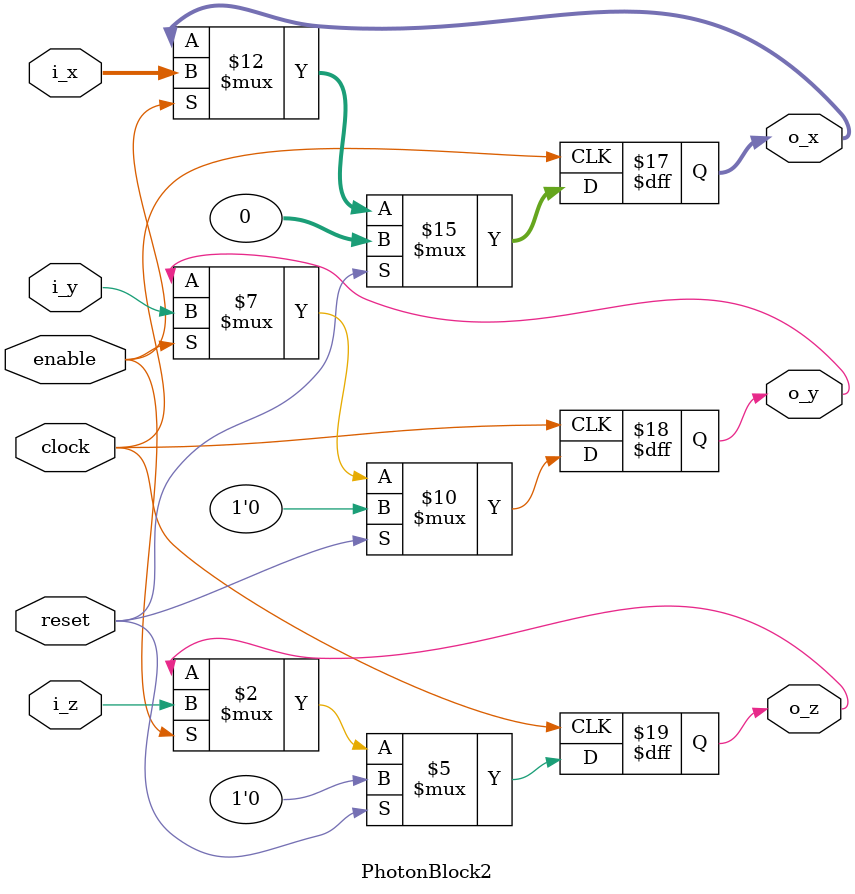
<source format=v>
`define TRIG_WIDTH 5'b01010 //10;
`define PIPELINE_DEPTH_UPPER_LIMIT 10'b0100000000 //256;
`define ABSORB_ADDR_WIDTH 6'b010000 //16;
`define ABSORB_WORD_WIDTH 7'b01000000 //64;
`define WSCALE 22'b0111010100101111111111 //1919999;
`define LEFTSHIFT 6'b000011         // 2^3=8=1/0.125 where 0.125 = CHANCE of roulette
`define INTCHANCE 32'b00100000000000000000000000000000 //Based on 32 bit rand num generator
`define MIN_WEIGHT 9'b011001000 
`define BIT_WIDTH 7'b0100000
`define LAYER_WIDTH 6'b000011
`define INTMAX 32'b01111111111111111111111111111111
`define INTMIN 32'b10000000000000000000000000000000
`define DIVIDER_LATENCY 6'b011110
`define FINAL_LATENCY 6'b011100
`define MULT_LATENCY 1'b1
`define ASPECT_RATIO 6'b000111
`define TOTAL_LATENCY 7'b0111100
//`define BIT_WIDTH 6'b100000
//`define LAYER_WIDTH 6'b000011
`define LOGSCALEFACTOR 6'b000101
`define MAXLOG 32'b10110001011100100001011111110111		//Based on 32 bit unsigned rand num generator
`define CONST_MOVE_AMOUNT 15'b110000110101000  //Used for testing purposes only
`define MUTMAX_BITS 6'b001111
//`define BIT_WIDTH 6'b100000
//`define LAYER_WIDTH 6'b000011
//`define INTMAX 32'b01111111111111111111111111111111
//`define INTMIN 32'b10000000000000000000000000000000
//`define BIT_WIDTH 7'b0100000
`define MANTISSA_PRECISION 6'b001010
`define LOG2_BIT_WIDTH 6'b000110
`define LOG2 28'b0101100010111001000010111111
`define NR 10'b0100000000             
`define NZ 10'b0100000000              
`define NR_EXP 5'b01000              //meaning `NR=2^`NR_exp or 2^8=256
`define RGRID_SCLAE_EXP 6'b010101    //2^21 = RGRID_SCALE
`define ZGRID_SCLAE_EXP 6'b010101    //2^21 = ZGRID_SCALE
//`define BIT_WIDTH 7'b0100000
`define BIT_WIDTH_2 8'b01000000
`define WORD_WIDTH 8'b01000000
`define ADDR_WIDTH 6'b010000          //256x256=2^8*2^8=2^16
`define DIV 6'b010100//20;
`define SQRT 5'b01010 //10;
`define LAT 7'b0100101 //DIV + SQRT + 7;
`define INTMAX_2 {32'h3FFFFFFF,32'h00000001}
//`define INTMAX 32'b01111111111111111111111111111111//2147483647;
//`define INTMIN 32'b10000000000000000000000000000001//-2147483647;
`define INTMAXMinus3 32'b01111111111111111111111111111100//2147483644;
`define negINTMAXPlus3 32'b10000000000000000000000000000100//-2147483644;
`define INTMAX_2_ref {32'h3FFFFFFF,32'hFFFFFFFF}
`define SIMULATION_MEMORY

module PhotonBlock2(
	//Inputs
	clock,
	reset,
	enable,
	
   i_x, 
   i_y, 
   i_z, 

	//Outputs
	o_x,
	o_y,
	o_z
	);

//////////////////////////////////////////////////////////////////////////////
//PARAMETERS
//////////////////////////////////////////////////////////////////////////////
//parameter BIT_WIDTH=32;

input				clock;
input				reset;
input				enable;

input	[`BIT_WIDTH-1:0]			i_x;
input	i_y;
input	i_z;


output	[`BIT_WIDTH-1:0]			o_x;
output	o_y;
output	o_z;

wire				clock;
wire				reset;
wire				enable;

wire	[`BIT_WIDTH-1:0]			i_x;
wire	i_y;
wire	i_z;

reg	[`BIT_WIDTH-1:0]			o_x;
reg	o_y;
reg	o_z;

always @ (posedge clock)
	if(reset) begin
		o_x		<=	{`BIT_WIDTH{1'b0}} ;
		o_y		<=	1'b0;
		o_z		<=	1'b0;
	end else if(enable) begin
		o_x		<=	i_x;
		o_y		<=	i_y;
		o_z		<=	i_z;
	end
endmodule

</source>
